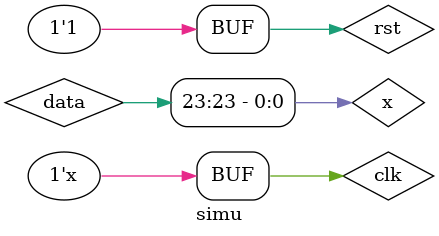
<source format=v>
`timescale 1ns / 1ps


module simu;
	reg clk,rst;
	reg [23:0] data;
	wire z,x;
	wire [2:0] state;
	assign x = data[23];
	always #10 clk = ~clk;
	always@(posedge clk) data = {data[22:0],data[23]};
	seqdet uut (.x(x), .clk(clk), .rst(rst), .z(z), .state(state));
	initial begin
		clk = 0;
		rst = 1;
		#2 rst = 0;
		#30 rst = 1;
		data = 'b1000_1001_0000_1111_0100;
	end
endmodule


</source>
